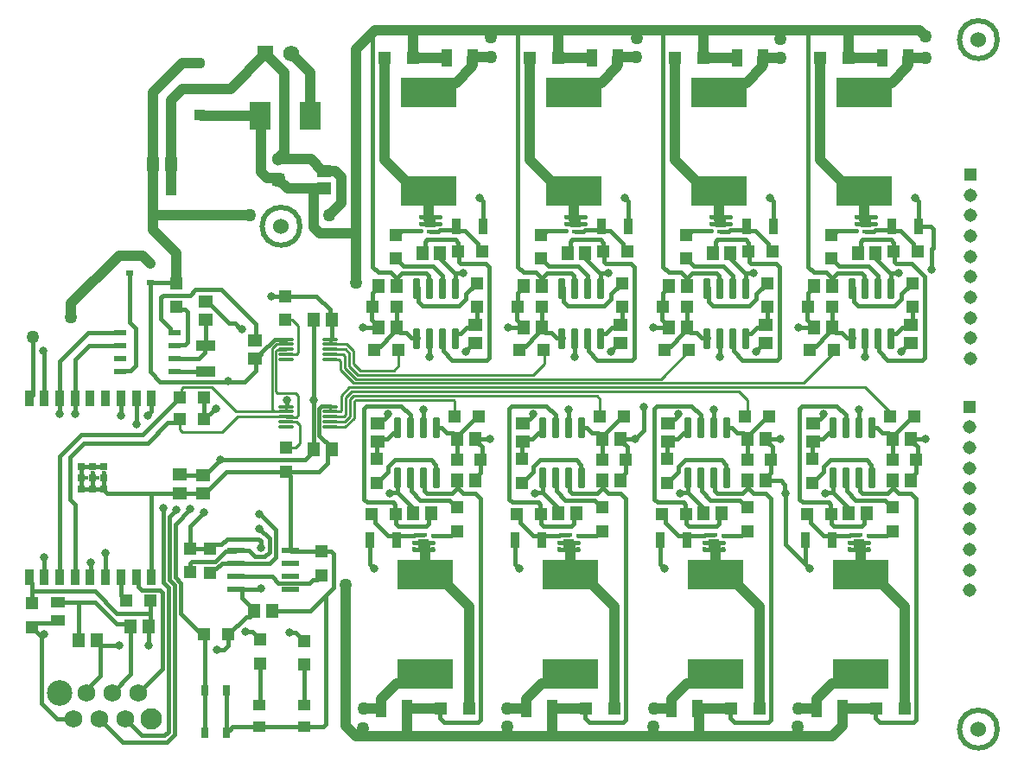
<source format=gbr>
G04*
G04 #@! TF.GenerationSoftware,Altium Limited,Altium Designer,24.0.1 (36)*
G04*
G04 Layer_Physical_Order=1*
G04 Layer_Color=255*
%FSLAX25Y25*%
%MOIN*%
G70*
G04*
G04 #@! TF.SameCoordinates,A2E01C4A-C41F-4235-85C4-DC12FCC8AE1E*
G04*
G04*
G04 #@! TF.FilePolarity,Positive*
G04*
G01*
G75*
%ADD15C,0.01000*%
G04:AMPARAMS|DCode=23|XSize=77.56mil|YSize=23.62mil|CornerRadius=2.95mil|HoleSize=0mil|Usage=FLASHONLY|Rotation=90.000|XOffset=0mil|YOffset=0mil|HoleType=Round|Shape=RoundedRectangle|*
%AMROUNDEDRECTD23*
21,1,0.07756,0.01772,0,0,90.0*
21,1,0.07165,0.02362,0,0,90.0*
1,1,0.00591,0.00886,0.03583*
1,1,0.00591,0.00886,-0.03583*
1,1,0.00591,-0.00886,-0.03583*
1,1,0.00591,-0.00886,0.03583*
%
%ADD23ROUNDEDRECTD23*%
%ADD24R,0.04528X0.04528*%
%ADD25R,0.03764X0.06338*%
%ADD26R,0.04528X0.04528*%
%ADD27R,0.21260X0.11417*%
%ADD28R,0.04567X0.05787*%
%ADD29R,0.04353X0.06528*%
%ADD30R,0.05787X0.04567*%
G04:AMPARAMS|DCode=31|XSize=57.87mil|YSize=11.02mil|CornerRadius=1.38mil|HoleSize=0mil|Usage=FLASHONLY|Rotation=0.000|XOffset=0mil|YOffset=0mil|HoleType=Round|Shape=RoundedRectangle|*
%AMROUNDEDRECTD31*
21,1,0.05787,0.00827,0,0,0.0*
21,1,0.05512,0.01102,0,0,0.0*
1,1,0.00276,0.02756,-0.00413*
1,1,0.00276,-0.02756,-0.00413*
1,1,0.00276,-0.02756,0.00413*
1,1,0.00276,0.02756,0.00413*
%
%ADD31ROUNDEDRECTD31*%
%ADD32R,0.03543X0.05906*%
%ADD33R,0.02756X0.02756*%
%ADD34R,0.04685X0.05787*%
%ADD35R,0.04252X0.05591*%
%ADD36R,0.08465X0.11024*%
%ADD37R,0.05591X0.04252*%
%ADD38R,0.06634X0.02134*%
%ADD39R,0.05787X0.04685*%
%ADD40R,0.07480X0.04331*%
%ADD41R,0.05118X0.04331*%
%ADD42R,0.02559X0.04134*%
%ADD43R,0.05118X0.02362*%
%ADD48R,0.02598X0.01378*%
%ADD49R,0.04331X0.04921*%
%ADD50R,0.01693X0.01378*%
%ADD51R,0.04724X0.04724*%
%ADD78C,0.02000*%
%ADD79R,0.02756X0.02362*%
%ADD80C,0.04000*%
%ADD81C,0.01600*%
%ADD82C,0.01500*%
%ADD83C,0.06000*%
%ADD84R,0.06201X0.06201*%
%ADD85C,0.06201*%
%ADD86C,0.01575*%
%ADD87R,0.04449X0.04449*%
%ADD88C,0.04449*%
%ADD89C,0.05118*%
G04:AMPARAMS|DCode=90|XSize=51.18mil|YSize=51.18mil|CornerRadius=12.8mil|HoleSize=0mil|Usage=FLASHONLY|Rotation=270.000|XOffset=0mil|YOffset=0mil|HoleType=Round|Shape=RoundedRectangle|*
%AMROUNDEDRECTD90*
21,1,0.05118,0.02559,0,0,270.0*
21,1,0.02559,0.05118,0,0,270.0*
1,1,0.02559,-0.01280,-0.01280*
1,1,0.02559,-0.01280,0.01280*
1,1,0.02559,0.01280,0.01280*
1,1,0.02559,0.01280,-0.01280*
%
%ADD90ROUNDEDRECTD90*%
%ADD91C,0.05150*%
%ADD92R,0.05150X0.05150*%
%ADD93C,0.08268*%
%ADD94C,0.06890*%
%ADD95C,0.09843*%
%ADD96C,0.05000*%
%ADD97C,0.03200*%
D15*
X384278Y481078D02*
X385973D01*
X384404D02*
X385973D01*
X387693D01*
X441312Y480607D02*
X442148D01*
X441143D02*
X442148D01*
X441003D02*
X442148D01*
X443036D01*
X497720Y480204D02*
Y480401D01*
Y480204D02*
X498114D01*
X339672Y212653D02*
X339856D01*
X339672D02*
X340040D01*
X334791Y214850D02*
X337475D01*
X502731Y213957D02*
X505935D01*
X447834Y214576D02*
X449316D01*
X391242Y214836D02*
X391498D01*
X391972D01*
X391856D02*
X392089D01*
X392816D01*
X518299Y360308D02*
X518357Y360250D01*
X462299Y360308D02*
X462357Y360250D01*
X406299Y360308D02*
X406357Y360250D01*
X301640Y361024D02*
X303084Y362469D01*
X303028Y359863D02*
X303614Y360449D01*
X310981Y358531D02*
X311683Y359233D01*
X303614Y360449D02*
X306984D01*
X307035Y360500D01*
X323965D02*
X323988Y360477D01*
X303084Y362469D02*
X307035D01*
X311683Y359233D02*
Y369553D01*
X323965Y356563D02*
X324016Y356512D01*
X307035Y358531D02*
X310981D01*
X327352Y356512D02*
X327938Y355926D01*
X324016Y356512D02*
X327352D01*
X328956Y358531D02*
X329645Y357842D01*
X323965Y358531D02*
X328956D01*
X329915Y360477D02*
X331329Y359063D01*
X323988Y360477D02*
X329915D01*
X330316Y362469D02*
X332960Y359824D01*
X323965Y362469D02*
X330316D01*
X309362Y371874D02*
X311683Y369553D01*
X306500Y371874D02*
X309362D01*
X311658Y335338D02*
Y342643D01*
X303614Y343565D02*
X310736D01*
X311658Y342643D01*
X303028Y344151D02*
Y359863D01*
Y344151D02*
X303614Y343565D01*
X350357Y354170D02*
Y360250D01*
X350299Y360308D02*
X350357Y360250D01*
X335461Y352431D02*
X348617D01*
X350357Y354170D01*
X332960Y354931D02*
X335461Y352431D01*
X332960Y354931D02*
Y359824D01*
X331329Y354007D02*
Y359063D01*
X334705Y350631D02*
X402346D01*
X331329Y354007D02*
X334705Y350631D01*
X402346D02*
X406696Y354981D01*
Y360396D01*
X329645Y353263D02*
Y357842D01*
Y353263D02*
X333840Y349068D01*
X451562D01*
X327938Y352587D02*
X333055Y347470D01*
X327938Y352587D02*
Y355926D01*
X333055Y347470D02*
X506646D01*
X451562Y349068D02*
X463005Y360511D01*
X506646Y347470D02*
X519641Y360466D01*
X332109Y344203D02*
X481560D01*
X329960Y342054D02*
X332109Y344203D01*
X481560D02*
X484766Y340997D01*
X530411Y345836D02*
X541624Y334623D01*
X328344Y342791D02*
X331389Y345836D01*
X530411D01*
X426806Y342670D02*
X428025Y341451D01*
X331667Y341446D02*
X332891Y342670D01*
X426806D01*
X328344Y337054D02*
Y342791D01*
X333192Y340478D02*
X333777Y341064D01*
X371475D01*
X333192Y334062D02*
Y340478D01*
X372061Y334647D02*
Y340478D01*
X371475Y341064D02*
X372061Y340478D01*
X329960Y335250D02*
Y342054D01*
X484766Y334634D02*
Y340997D01*
X331667Y341443D02*
Y341446D01*
X331516Y334523D02*
Y341292D01*
X331667Y341443D01*
X329524Y332531D02*
X331516Y334523D01*
X428025Y334683D02*
Y341451D01*
X329693Y330563D02*
X333192Y334062D01*
X323965Y330563D02*
X329693D01*
X327758Y336469D02*
X328344Y337054D01*
X323965Y336469D02*
X327758D01*
X323965Y332531D02*
X329524D01*
X323965Y334500D02*
X329210D01*
X329960Y335250D01*
X265915Y329691D02*
Y333391D01*
X265992Y333468D01*
X265915Y329691D02*
X266944Y328662D01*
X282300D01*
X288138Y334500D01*
X307035D01*
X267273Y345994D02*
X278183D01*
X266521Y345242D02*
X267273Y345994D01*
X266521Y342645D02*
Y345242D01*
X265940Y342064D02*
X266521Y342645D01*
X278183Y345994D02*
X287708Y336469D01*
X302549D01*
Y336498D02*
X307006D01*
X307035Y336469D01*
X301640Y337407D02*
X302549Y336498D01*
X301640Y337407D02*
Y361024D01*
X307081Y334455D02*
X310774D01*
X307035Y334500D02*
X307081Y334455D01*
X310774D02*
X311658Y335338D01*
X307121Y322621D02*
X310598D01*
X307000Y322500D02*
X307121Y322621D01*
X310598D02*
X312112Y324135D01*
Y331301D01*
X307035Y332531D02*
X310881D01*
X312112Y331301D01*
D23*
X357365Y364635D02*
D03*
X362365D02*
D03*
X367365D02*
D03*
X372365D02*
D03*
Y384084D02*
D03*
X367365D02*
D03*
X362365D02*
D03*
X357365D02*
D03*
X525365Y364635D02*
D03*
X530365D02*
D03*
X535365D02*
D03*
X540365D02*
D03*
Y384084D02*
D03*
X535365D02*
D03*
X530365D02*
D03*
X525365D02*
D03*
X364960Y330400D02*
D03*
X359960D02*
D03*
X354960D02*
D03*
X349960D02*
D03*
Y310952D02*
D03*
X354960D02*
D03*
X359960D02*
D03*
X364960D02*
D03*
X413365Y384084D02*
D03*
X418365D02*
D03*
X423365D02*
D03*
X428365D02*
D03*
Y364635D02*
D03*
X423365D02*
D03*
X418365D02*
D03*
X413365D02*
D03*
X469365Y384084D02*
D03*
X474365D02*
D03*
X479365D02*
D03*
X484365D02*
D03*
Y364635D02*
D03*
X479365D02*
D03*
X474365D02*
D03*
X469365D02*
D03*
X532960Y310952D02*
D03*
X527960D02*
D03*
X522960D02*
D03*
X517960D02*
D03*
Y330400D02*
D03*
X522960D02*
D03*
X527960D02*
D03*
X532960D02*
D03*
X476960Y310952D02*
D03*
X471960D02*
D03*
X466960D02*
D03*
X461960D02*
D03*
Y330400D02*
D03*
X466960D02*
D03*
X471960D02*
D03*
X476960D02*
D03*
X420960Y310952D02*
D03*
X415960D02*
D03*
X410960D02*
D03*
X405960D02*
D03*
Y330400D02*
D03*
X410960D02*
D03*
X415960D02*
D03*
X420960D02*
D03*
D24*
X350299Y360308D02*
D03*
X341047D02*
D03*
X373240Y398179D02*
D03*
X382492D02*
D03*
X340261Y376984D02*
D03*
X349513D02*
D03*
X509047Y360308D02*
D03*
X518299D02*
D03*
X550492Y398179D02*
D03*
X541240D02*
D03*
X517513Y376984D02*
D03*
X508261D02*
D03*
X381278Y334728D02*
D03*
X372026D02*
D03*
X339833Y296857D02*
D03*
X349085D02*
D03*
X372812Y318052D02*
D03*
X382064D02*
D03*
X254500Y263500D02*
D03*
X245248D02*
D03*
X406299Y360308D02*
D03*
X397047D02*
D03*
X396261Y376984D02*
D03*
X405513D02*
D03*
X429240Y398179D02*
D03*
X438492D02*
D03*
X462299Y360308D02*
D03*
X453047D02*
D03*
X452261Y376984D02*
D03*
X461513D02*
D03*
X485240Y398179D02*
D03*
X494492D02*
D03*
X540026Y334728D02*
D03*
X549278D02*
D03*
X550064Y318052D02*
D03*
X540812D02*
D03*
X517085Y296857D02*
D03*
X507833D02*
D03*
X484026Y334728D02*
D03*
X493278D02*
D03*
X494064Y318052D02*
D03*
X484812D02*
D03*
X461085Y296857D02*
D03*
X451833D02*
D03*
X428026Y334728D02*
D03*
X437278D02*
D03*
X438064Y318052D02*
D03*
X428812D02*
D03*
X405085Y296857D02*
D03*
X395833D02*
D03*
X265992Y333468D02*
D03*
X275244D02*
D03*
X265940Y342064D02*
D03*
X275192D02*
D03*
X284626Y250500D02*
D03*
X275374D02*
D03*
D25*
X382915Y407968D02*
D03*
X372670D02*
D03*
X540670D02*
D03*
X550915D02*
D03*
X405655Y287068D02*
D03*
X395410D02*
D03*
X349655D02*
D03*
X339410D02*
D03*
X428670Y407968D02*
D03*
X438915D02*
D03*
X494915D02*
D03*
X484670D02*
D03*
X507410Y287068D02*
D03*
X517655D02*
D03*
X451410D02*
D03*
X461655D02*
D03*
D26*
X349393Y395528D02*
D03*
Y404780D02*
D03*
X380431Y376839D02*
D03*
Y386091D02*
D03*
X517393Y404780D02*
D03*
Y395528D02*
D03*
X548431Y386091D02*
D03*
Y376839D02*
D03*
X372932Y290256D02*
D03*
Y299508D02*
D03*
X341894Y308945D02*
D03*
Y318197D02*
D03*
X306500Y381126D02*
D03*
Y371874D02*
D03*
X307000Y313248D02*
D03*
Y322500D02*
D03*
X436431Y376839D02*
D03*
Y386091D02*
D03*
X405393Y395528D02*
D03*
Y404780D02*
D03*
X492431Y376839D02*
D03*
Y386091D02*
D03*
X461393Y395528D02*
D03*
Y404780D02*
D03*
X509894Y318197D02*
D03*
Y308945D02*
D03*
X540932Y299508D02*
D03*
Y290256D02*
D03*
X453894Y318197D02*
D03*
Y308945D02*
D03*
X484932Y299508D02*
D03*
Y290256D02*
D03*
X397894Y318197D02*
D03*
Y308945D02*
D03*
X428932Y299508D02*
D03*
Y290256D02*
D03*
X320500Y273248D02*
D03*
Y282500D02*
D03*
X277500Y283626D02*
D03*
Y274374D02*
D03*
X269935Y274526D02*
D03*
Y283778D02*
D03*
X264500Y386126D02*
D03*
Y376874D02*
D03*
X297000Y248626D02*
D03*
Y239374D02*
D03*
X314000Y248126D02*
D03*
Y238874D02*
D03*
X209000Y253374D02*
D03*
Y262626D02*
D03*
D27*
X361849Y421511D02*
D03*
Y459699D02*
D03*
X529849Y421511D02*
D03*
Y459699D02*
D03*
X360476Y235336D02*
D03*
Y273526D02*
D03*
X417849Y421511D02*
D03*
Y459699D02*
D03*
X473849Y421511D02*
D03*
Y459699D02*
D03*
X528476Y273526D02*
D03*
Y235336D02*
D03*
X472476Y273526D02*
D03*
Y235336D02*
D03*
X416476Y273526D02*
D03*
Y235336D02*
D03*
D28*
X342566Y385076D02*
D03*
X349495D02*
D03*
X342535Y368974D02*
D03*
X349464D02*
D03*
X366343Y397736D02*
D03*
X359414D02*
D03*
X517495Y385076D02*
D03*
X510566D02*
D03*
X517464Y368974D02*
D03*
X510535D02*
D03*
X527414Y397736D02*
D03*
X534343D02*
D03*
X372830Y309960D02*
D03*
X379759D02*
D03*
X372861Y326062D02*
D03*
X379790D02*
D03*
X362911Y297300D02*
D03*
X355982D02*
D03*
X227060Y248292D02*
D03*
X233989D02*
D03*
X398566Y385076D02*
D03*
X405495D02*
D03*
X398535Y368974D02*
D03*
X405464D02*
D03*
X422343Y397736D02*
D03*
X415414D02*
D03*
X454566Y385076D02*
D03*
X461495D02*
D03*
X454535Y368974D02*
D03*
X461464D02*
D03*
X478343Y397736D02*
D03*
X471414D02*
D03*
X547759Y309960D02*
D03*
X540830D02*
D03*
X547790Y326062D02*
D03*
X540861D02*
D03*
X523982Y297300D02*
D03*
X530911D02*
D03*
X491759Y309960D02*
D03*
X484830D02*
D03*
X491790Y326062D02*
D03*
X484861D02*
D03*
X467982Y297300D02*
D03*
X474911D02*
D03*
X435759Y309960D02*
D03*
X428830D02*
D03*
X435790Y326062D02*
D03*
X428861D02*
D03*
X411982Y297300D02*
D03*
X418911D02*
D03*
X317571Y322000D02*
D03*
X324500D02*
D03*
X294571Y259500D02*
D03*
X301500D02*
D03*
X317535Y372000D02*
D03*
X324465D02*
D03*
X253929Y253500D02*
D03*
X247000D02*
D03*
D29*
X378873Y473105D02*
D03*
X368824D02*
D03*
X536824D02*
D03*
X546874D02*
D03*
X353501Y221931D02*
D03*
X343451D02*
D03*
X424824Y473105D02*
D03*
X434873D02*
D03*
X490873D02*
D03*
X480824D02*
D03*
X511451Y221931D02*
D03*
X521501D02*
D03*
X455451D02*
D03*
X465501D02*
D03*
X399451D02*
D03*
X409501D02*
D03*
D30*
X379995Y363080D02*
D03*
Y370010D02*
D03*
X547995D02*
D03*
Y363080D02*
D03*
X342330Y325026D02*
D03*
Y331956D02*
D03*
X295052Y356998D02*
D03*
Y363927D02*
D03*
X276000Y372035D02*
D03*
Y378965D02*
D03*
X275000Y311965D02*
D03*
Y305035D02*
D03*
X435995Y363080D02*
D03*
Y370010D02*
D03*
X491995Y363080D02*
D03*
Y370010D02*
D03*
X510330Y331956D02*
D03*
Y325026D02*
D03*
X454330Y331956D02*
D03*
Y325026D02*
D03*
X398330Y331956D02*
D03*
Y325026D02*
D03*
X321500Y422535D02*
D03*
Y429465D02*
D03*
D31*
X307035Y338437D02*
D03*
Y336469D02*
D03*
Y334500D02*
D03*
Y332531D02*
D03*
Y330563D02*
D03*
X323965D02*
D03*
Y332531D02*
D03*
Y334500D02*
D03*
Y336469D02*
D03*
Y338437D02*
D03*
Y364437D02*
D03*
Y362469D02*
D03*
Y360500D02*
D03*
Y358531D02*
D03*
Y356563D02*
D03*
X307035D02*
D03*
Y358531D02*
D03*
Y360500D02*
D03*
Y362469D02*
D03*
Y364437D02*
D03*
D32*
X207760Y272602D02*
D03*
X213665D02*
D03*
X219571D02*
D03*
X225476D02*
D03*
X231382D02*
D03*
X237287D02*
D03*
X243193D02*
D03*
X249098D02*
D03*
X255004D02*
D03*
Y341500D02*
D03*
X249098D02*
D03*
X243193D02*
D03*
X237287D02*
D03*
X231382D02*
D03*
X225476D02*
D03*
X219571D02*
D03*
X213665D02*
D03*
X207760D02*
D03*
D33*
X232169Y310831D02*
D03*
Y315161D02*
D03*
Y306500D02*
D03*
X227839D02*
D03*
Y310831D02*
D03*
Y315161D02*
D03*
X236500D02*
D03*
Y310831D02*
D03*
Y306500D02*
D03*
D34*
X262583Y432000D02*
D03*
X255417D02*
D03*
D35*
X262524Y422500D02*
D03*
X255476D02*
D03*
D36*
X296835Y450500D02*
D03*
X316165D02*
D03*
D37*
X219000Y263047D02*
D03*
Y256000D02*
D03*
D38*
X308575Y268000D02*
D03*
Y273000D02*
D03*
Y278000D02*
D03*
Y283000D02*
D03*
X287425D02*
D03*
Y278000D02*
D03*
Y273000D02*
D03*
Y268000D02*
D03*
D39*
X266000Y312165D02*
D03*
Y305000D02*
D03*
D40*
X276000Y352079D02*
D03*
Y361921D02*
D03*
D41*
X296500Y223134D02*
D03*
Y214866D02*
D03*
X314000Y223134D02*
D03*
Y214866D02*
D03*
D42*
X284021Y228854D02*
D03*
X275556D02*
D03*
X284021Y212516D02*
D03*
X275556D02*
D03*
D43*
X243067Y352000D02*
D03*
Y357000D02*
D03*
Y362000D02*
D03*
Y367000D02*
D03*
X263933D02*
D03*
Y362000D02*
D03*
Y357000D02*
D03*
Y352000D02*
D03*
D48*
X362444Y405933D02*
D03*
X530444D02*
D03*
X359880Y289103D02*
D03*
X418444Y405933D02*
D03*
X474444D02*
D03*
X527880Y289103D02*
D03*
X471880D02*
D03*
X415880D02*
D03*
D49*
X362444Y410107D02*
D03*
X530444D02*
D03*
X359880Y284929D02*
D03*
X418444Y410107D02*
D03*
X474444D02*
D03*
X527880Y284929D02*
D03*
X471880D02*
D03*
X415880D02*
D03*
D50*
X366126Y411544D02*
D03*
Y408985D02*
D03*
Y406426D02*
D03*
X358763D02*
D03*
Y408985D02*
D03*
Y411544D02*
D03*
X526763D02*
D03*
Y408985D02*
D03*
Y406426D02*
D03*
X534126D02*
D03*
Y408985D02*
D03*
Y411544D02*
D03*
X363562Y283492D02*
D03*
Y286051D02*
D03*
Y288610D02*
D03*
X356199D02*
D03*
Y286051D02*
D03*
Y283492D02*
D03*
X422126Y411544D02*
D03*
Y408985D02*
D03*
Y406426D02*
D03*
X414763D02*
D03*
Y408985D02*
D03*
Y411544D02*
D03*
X478126D02*
D03*
Y408985D02*
D03*
Y406426D02*
D03*
X470763D02*
D03*
Y408985D02*
D03*
Y411544D02*
D03*
X524199Y283492D02*
D03*
Y286051D02*
D03*
Y288610D02*
D03*
X531562D02*
D03*
Y286051D02*
D03*
Y283492D02*
D03*
X468199D02*
D03*
Y286051D02*
D03*
Y288610D02*
D03*
X475562D02*
D03*
Y286051D02*
D03*
Y283492D02*
D03*
X412199D02*
D03*
Y286051D02*
D03*
Y288610D02*
D03*
X419561D02*
D03*
Y286051D02*
D03*
Y283492D02*
D03*
D51*
X344837Y473105D02*
D03*
X355861D02*
D03*
X523861D02*
D03*
X512837D02*
D03*
X366464Y221931D02*
D03*
X377488D02*
D03*
X400837Y473105D02*
D03*
X411861D02*
D03*
X456837D02*
D03*
X467861D02*
D03*
X545488Y221931D02*
D03*
X534464D02*
D03*
X489488D02*
D03*
X478464D02*
D03*
X433488D02*
D03*
X422464D02*
D03*
D78*
X312300Y408000D02*
G03*
X312300Y408000I-7300J0D01*
G01*
X581300Y214000D02*
G03*
X581300Y214000I-7300J0D01*
G01*
Y480000D02*
G03*
X581300Y480000I-7300J0D01*
G01*
D79*
X254437Y393740D02*
D03*
Y386260D02*
D03*
X246563Y390000D02*
D03*
D80*
X333817Y211362D02*
X409499D01*
X329979Y215201D02*
X333817Y211362D01*
X329979Y215201D02*
Y269678D01*
X255476Y412392D02*
X292648D01*
X292790Y412249D01*
X319855Y405233D02*
X333750D01*
X317512Y422535D02*
X321500D01*
X317512Y407576D02*
Y422535D01*
X307528D02*
X317512D01*
Y407576D02*
X319855Y405233D01*
X356129Y483723D02*
X396372D01*
X411707D02*
X467889D01*
X508372D01*
X553592Y481152D02*
Y481353D01*
X523861Y483696D02*
X551249D01*
X553592Y481353D01*
X409524Y211337D02*
X465363D01*
X466212Y211211D02*
X517435D01*
X523861Y473105D02*
Y483696D01*
X508372D02*
X523861D01*
X378945Y473177D02*
X386001D01*
X378873Y473105D02*
X378945Y473177D01*
X434913Y473144D02*
X441914D01*
X434873Y473105D02*
X434913Y473144D01*
X490873Y473105D02*
X497678D01*
X497730Y473158D01*
X546874Y473105D02*
X553398D01*
X553456Y473047D01*
X336764Y221852D02*
X336843Y221931D01*
X343451D01*
X392295Y221922D02*
X392304Y221931D01*
X399451D01*
X448889D02*
X455451D01*
X448883Y221937D02*
X448889Y221931D01*
X504466Y221974D02*
X504880D01*
X504923Y221931D02*
X511451D01*
X504880Y221974D02*
X504923Y221931D01*
X467889Y473133D02*
Y483723D01*
X396372D02*
X411707D01*
X411861Y483570D01*
Y473105D02*
Y483570D01*
X341256Y483723D02*
X356129D01*
X355861Y483455D02*
X356129Y483723D01*
X355861Y473105D02*
Y483455D01*
X521501Y215277D02*
Y221931D01*
X333750Y476217D02*
X341256Y483723D01*
X511628Y222108D02*
Y225534D01*
X521501Y221931D02*
X534464D01*
X545488D02*
Y261435D01*
X533397Y273526D02*
X545488Y261435D01*
X528476Y273526D02*
X533397D01*
X517722Y231628D02*
X524767D01*
X528476Y235336D01*
X511628Y225534D02*
X517722Y231628D01*
X511451Y221931D02*
X511628Y222108D01*
X528476Y273526D02*
Y284334D01*
X455628Y222108D02*
Y225534D01*
X465501Y221931D02*
X478464D01*
X489488D02*
Y261435D01*
X477397Y273526D02*
X489488Y261435D01*
X472476Y273526D02*
X477397D01*
X461722Y231628D02*
X468767D01*
X472476Y235336D01*
X455628Y225534D02*
X461722Y231628D01*
X455451Y221931D02*
X455628Y222108D01*
X472476Y273526D02*
Y284334D01*
X399628Y222108D02*
Y225534D01*
X409501Y221931D02*
X422464D01*
X433488D02*
Y261435D01*
X421397Y273526D02*
X433488Y261435D01*
X416476Y273526D02*
X421397D01*
X405722Y231628D02*
X412767D01*
X416476Y235336D01*
X399628Y225534D02*
X405722Y231628D01*
X399451Y221931D02*
X399628Y222108D01*
X416476Y273526D02*
Y284334D01*
X523933Y473105D02*
X536824D01*
X512837Y433601D02*
X524928Y421511D01*
X529849D01*
X512837Y433601D02*
Y473105D01*
X546697Y472928D02*
X546874Y473105D01*
X540603Y463408D02*
X546697Y469502D01*
Y472928D01*
X533558Y463408D02*
X540603D01*
X529849Y459699D02*
X533558Y463408D01*
X529849Y410702D02*
Y421511D01*
X467933Y473105D02*
X480824D01*
X456837Y433601D02*
X468928Y421511D01*
X473849D01*
X456837Y433601D02*
Y473105D01*
X490697Y472928D02*
X490873Y473105D01*
X484603Y463408D02*
X490697Y469502D01*
Y472928D01*
X477558Y463408D02*
X484603D01*
X473849Y459699D02*
X477558Y463408D01*
X473849Y410702D02*
Y421511D01*
X411933Y473105D02*
X424824D01*
X400837Y433601D02*
X412928Y421511D01*
X417849D01*
X400837Y433601D02*
Y473105D01*
X434697Y472928D02*
X434873Y473105D01*
X428603Y463408D02*
X434697Y469502D01*
Y472928D01*
X421558Y463408D02*
X428603D01*
X417849Y459699D02*
X421558Y463408D01*
X417849Y410702D02*
Y421511D01*
X280484Y461000D02*
X280543Y460941D01*
X285441D01*
X299000Y474500D01*
X296835Y450500D02*
X297129Y450206D01*
Y428965D02*
Y450206D01*
Y428965D02*
X299472Y426622D01*
X303441D01*
X299000Y474500D02*
X306297Y467203D01*
X323560Y412234D02*
X328180Y416853D01*
X304000Y426063D02*
X307528Y422535D01*
X303441Y426622D02*
X304000Y426063D01*
X325836Y429181D02*
X328180Y426838D01*
X321783Y429181D02*
X325836D01*
X321500Y429465D02*
X321783Y429181D01*
X320890Y429465D02*
X321500D01*
X316498Y433856D02*
X320890Y429465D01*
X304081Y433856D02*
X316498D01*
X304000Y433937D02*
X304081Y433856D01*
X304000Y433937D02*
Y434240D01*
X306297Y436536D01*
Y467203D01*
X316165Y450500D02*
Y467177D01*
X308842Y474500D02*
X316165Y467177D01*
X328180Y416853D02*
Y426838D01*
X353437Y212580D02*
Y221867D01*
X409499Y211362D02*
Y221885D01*
Y211362D02*
X409524Y211337D01*
X466152Y213059D02*
Y221750D01*
X517435Y211211D02*
X521501Y215277D01*
X333750Y386323D02*
Y405233D01*
Y476217D01*
X355933Y473105D02*
X368824D01*
X255476Y412392D02*
Y422500D01*
Y406498D02*
Y412392D01*
X377488Y221931D02*
Y261435D01*
X360476Y273526D02*
Y284334D01*
X353501Y221931D02*
X366464D01*
X356767Y231628D02*
X360476Y235336D01*
Y273526D02*
X365397D01*
X377488Y261435D01*
X349722Y231628D02*
X356767D01*
X343451Y221931D02*
X343628Y222108D01*
Y225534D01*
X349722Y231628D01*
X378697Y472928D02*
X378873Y473105D01*
X378697Y469502D02*
Y472928D01*
X365558Y463408D02*
X372603D01*
X361849Y459699D02*
X365558Y463408D01*
X372603D02*
X378697Y469502D01*
X344837Y433601D02*
Y473105D01*
Y433601D02*
X356928Y421511D01*
X361849D01*
Y410702D02*
Y421511D01*
X255476Y406498D02*
X264500Y397475D01*
Y386126D02*
Y397475D01*
X223993Y373035D02*
Y378164D01*
X242549Y396720D01*
X251457D01*
X254437Y393740D01*
X266837Y470914D02*
X273607D01*
X255417Y459494D02*
X266837Y470914D01*
X273607D02*
X273693Y471000D01*
X255417Y432000D02*
Y459494D01*
Y432000D02*
X255447Y431971D01*
Y422530D02*
X255476Y422500D01*
X255447Y422530D02*
Y431971D01*
X262524Y422500D02*
X262553Y422530D01*
Y431971D02*
X262583Y432000D01*
X262553Y422530D02*
Y431971D01*
X262624Y432041D02*
Y456739D01*
X262583Y432000D02*
X262624Y432041D01*
Y456739D02*
X266799Y460914D01*
X273607D02*
X273693Y461000D01*
X266799Y460914D02*
X273607D01*
X273693Y461000D02*
X280484D01*
X274193Y450500D02*
X296835D01*
X273693Y451000D02*
X274193Y450500D01*
D81*
X209152Y342892D02*
Y365459D01*
X207760Y341500D02*
X209152Y342892D01*
X264081Y272540D02*
Y293045D01*
X269888Y298852D01*
X276610Y378965D02*
X285071Y370504D01*
X289316Y368393D02*
X289749D01*
X285071Y370504D02*
X287205D01*
X289316Y368393D01*
X323745Y338657D02*
X323965Y338437D01*
X320680Y338657D02*
X323745D01*
X319742Y337720D02*
X320680Y338657D01*
X319742Y327368D02*
Y337720D01*
X324500Y322000D02*
Y322610D01*
X319742Y327368D02*
X324500Y322610D01*
X491759Y309960D02*
X497745D01*
X499333Y308372D01*
Y305407D02*
X499640Y305101D01*
X499333Y305407D02*
Y308372D01*
X555892Y399164D02*
X556439Y399712D01*
Y407031D01*
X555892Y391412D02*
Y399164D01*
X555502Y407968D02*
X556439Y407031D01*
X550915Y407968D02*
X555502D01*
X542168Y393569D02*
X548341D01*
X553296Y388614D01*
Y357247D02*
Y388614D01*
X444911Y329217D02*
Y338206D01*
X441611Y325917D02*
X444911Y329217D01*
X507410Y277560D02*
X508854Y276116D01*
X499640Y285331D02*
X507410Y277560D01*
X499640Y285331D02*
Y305101D01*
X213518Y341647D02*
Y359861D01*
Y341647D02*
X213665Y341500D01*
X213371Y360008D02*
X213518Y359861D01*
X396372Y392236D02*
Y483723D01*
X510940Y331956D02*
X514105Y335121D01*
Y335478D01*
X510330Y331956D02*
X510940D01*
X509894Y325107D02*
X510870Y326083D01*
X547790Y326062D02*
X547935Y325917D01*
X553611D01*
X549477Y323968D02*
X550414Y323031D01*
X547790Y325451D02*
X549273Y323968D01*
X547790Y325451D02*
Y326062D01*
X542344Y327545D02*
Y328389D01*
X540830Y306914D02*
Y309960D01*
X547905Y304848D02*
X549953Y302800D01*
Y217718D02*
Y302800D01*
X543125Y304848D02*
X547905D01*
X549016Y216780D02*
X549953Y217718D01*
X536032Y216780D02*
X549016D01*
X541443Y306530D02*
X543125Y304848D01*
X534392Y221859D02*
X534464Y221931D01*
X534392Y218421D02*
X536032Y216780D01*
X534392Y218421D02*
Y221859D01*
X527976Y285735D02*
X528310Y286069D01*
X527880Y284929D02*
X528476Y284334D01*
X529349Y283461D01*
X526758Y286051D02*
X527880Y284929D01*
X524199Y283461D02*
X526515D01*
X524199Y286051D02*
X526758D01*
X524691Y289103D02*
X527880D01*
X528310Y286069D02*
X531562D01*
X529349Y283461D02*
X531562D01*
X550414Y318402D02*
Y323031D01*
X550064Y318052D02*
X550414Y318402D01*
X550064Y312876D02*
Y318052D01*
X549273Y323968D02*
X549477D01*
X547759Y310570D02*
X550064Y312876D01*
X547759Y309960D02*
Y310570D01*
X540899Y318096D02*
Y325569D01*
Y318096D02*
X540937Y318058D01*
X540735Y317857D02*
X540937Y318058D01*
X509894Y318197D02*
Y325107D01*
X540343Y290256D02*
X540932D01*
X540390Y289246D02*
X540647Y288989D01*
X531562Y288610D02*
X538698D01*
X540343Y290256D01*
X529865Y295363D02*
X531344Y296842D01*
X529865Y293163D02*
Y295363D01*
X528927Y292226D02*
X529865Y293163D01*
X517084Y293341D02*
X518199Y292226D01*
X528927D01*
X516888Y297055D02*
X517085Y296857D01*
X517084Y293341D02*
Y296855D01*
X507410Y277560D02*
Y287068D01*
X518737Y288546D02*
X524135D01*
X517655Y287464D02*
X518737Y288546D01*
X517655Y287068D02*
Y287464D01*
Y287528D01*
X509297Y293572D02*
X514258Y288610D01*
X507833Y296857D02*
X509297Y295393D01*
Y293572D02*
Y295393D01*
X516573Y288610D02*
X517655Y287528D01*
X514258Y288610D02*
X516573D01*
X549387Y333264D02*
X550024Y333900D01*
X542344Y328389D02*
X547219Y333264D01*
X549387D01*
X540861Y326062D02*
X542344Y327545D01*
X530746Y317830D02*
X532512Y316063D01*
Y310728D02*
Y316063D01*
X516820Y317830D02*
X530746D01*
X532512Y310728D02*
X532894Y310347D01*
X514126Y315136D02*
X516820Y317830D01*
X514126Y313178D02*
Y315136D01*
X509894Y308945D02*
X514126Y313178D01*
X528341Y305922D02*
Y310571D01*
X538900Y304985D02*
X540830Y306914D01*
X528341Y305922D02*
X529278Y304985D01*
X527960Y310952D02*
X528341Y310571D01*
X529278Y304985D02*
X538900D01*
X526671Y302442D02*
X537997D01*
X523101Y306012D02*
Y310811D01*
X537997Y302442D02*
X540932Y299508D01*
X522960Y310952D02*
X523101Y310811D01*
Y306012D02*
X526671Y302442D01*
X517960Y305342D02*
Y310952D01*
X515277Y305224D02*
X517842D01*
X517960Y305342D01*
X524291Y299011D01*
X514971Y304918D02*
X515277Y305224D01*
X517894Y328731D02*
Y329796D01*
X517512Y328350D02*
X517894Y328731D01*
X516108Y328350D02*
X517512D01*
X513841Y326083D02*
X516108Y328350D01*
X510870Y326083D02*
X513841D01*
X519353Y338726D02*
X522893Y335186D01*
Y329796D02*
Y335186D01*
X505966Y338726D02*
X519353D01*
X505029Y302719D02*
X506280Y301467D01*
X516157D01*
X505029Y337789D02*
X505966Y338726D01*
X505029Y302719D02*
Y337789D01*
X517084Y296855D02*
X517085Y296857D01*
X516157Y301467D02*
X516888Y300737D01*
Y297055D02*
Y300737D01*
X527952Y337241D02*
X527960Y337233D01*
Y330400D02*
Y337233D01*
X534935Y330177D02*
X536957Y328155D01*
X539377D01*
X532512Y330177D02*
X534935D01*
X539377Y328155D02*
X540861Y326672D01*
X454940Y331956D02*
X458105Y335121D01*
Y335478D01*
X454330Y331956D02*
X454940D01*
X453894Y325107D02*
X454870Y326083D01*
X491790Y326062D02*
X491935Y325917D01*
X497611D01*
X493477Y323968D02*
X494414Y323031D01*
X491790Y325451D02*
X493273Y323968D01*
X491790Y325451D02*
Y326062D01*
X486344Y327545D02*
Y328389D01*
X484830Y306914D02*
Y309960D01*
X493953Y217718D02*
Y302800D01*
X491905Y304848D02*
X493953Y302800D01*
X493016Y216780D02*
X493953Y217718D01*
X480032Y216780D02*
X493016D01*
X485443Y306530D02*
X487125Y304848D01*
X491905D01*
X478392Y221859D02*
X478464Y221931D01*
X478392Y218421D02*
X480032Y216780D01*
X478392Y218421D02*
Y221859D01*
X471976Y285735D02*
X472310Y286069D01*
X471880Y284929D02*
X472476Y284334D01*
X473349Y283461D01*
X470758Y286051D02*
X471880Y284929D01*
X468199Y283461D02*
X470515D01*
X468199Y286051D02*
X470758D01*
X468691Y289103D02*
X471880D01*
X472310Y286069D02*
X475562D01*
X473349Y283461D02*
X475562D01*
X494414Y318402D02*
Y323031D01*
X494064Y318052D02*
X494414Y318402D01*
X494064Y312876D02*
Y318052D01*
X493273Y323968D02*
X493477D01*
X491759Y310570D02*
X494064Y312876D01*
X491759Y309960D02*
Y310570D01*
X484899Y318096D02*
Y325569D01*
Y318096D02*
X484937Y318058D01*
X484735Y317857D02*
X484937Y318058D01*
X453894Y318197D02*
Y325107D01*
X484343Y290256D02*
X484932D01*
X484390Y289246D02*
X484647Y288989D01*
X475562Y288610D02*
X482698D01*
X484343Y290256D01*
X473865Y295363D02*
X475344Y296842D01*
X473865Y293163D02*
Y295363D01*
X472927Y292226D02*
X473865Y293163D01*
X462199Y292226D02*
X472927D01*
X461084Y293341D02*
Y296855D01*
Y293341D02*
X462199Y292226D01*
X460888Y297055D02*
X461085Y296857D01*
X461084Y296855D02*
X461085Y296857D01*
X451410Y277560D02*
Y287068D01*
Y277560D02*
X452854Y276116D01*
X462737Y288546D02*
X468135D01*
X461655Y287464D02*
X462737Y288546D01*
X461655Y287068D02*
Y287464D01*
Y287528D01*
X453297Y293572D02*
X458258Y288610D01*
X451833Y296857D02*
X453297Y295393D01*
Y293572D02*
Y295393D01*
X460573Y288610D02*
X461655Y287528D01*
X458258Y288610D02*
X460573D01*
X493387Y333264D02*
X494024Y333900D01*
X486344Y328389D02*
X491219Y333264D01*
X493387D01*
X484861Y326062D02*
X486344Y327545D01*
X474746Y317830D02*
X476512Y316063D01*
Y310728D02*
Y316063D01*
X460820Y317830D02*
X474746D01*
X476512Y310728D02*
X476894Y310347D01*
X458126Y315136D02*
X460820Y317830D01*
X458126Y313178D02*
Y315136D01*
X453894Y308945D02*
X458126Y313178D01*
X472341Y305922D02*
Y310571D01*
X482900Y304985D02*
X484830Y306914D01*
X472341Y305922D02*
X473278Y304985D01*
X471960Y310952D02*
X472341Y310571D01*
X473278Y304985D02*
X482900D01*
X470671Y302442D02*
X481997D01*
X467101Y306012D02*
Y310811D01*
X481997Y302442D02*
X484932Y299508D01*
X466960Y310952D02*
X467101Y310811D01*
Y306012D02*
X470671Y302442D01*
X461960Y305342D02*
Y310952D01*
X459277Y305224D02*
X461842D01*
X461960Y305342D01*
X468291Y299011D01*
X458971Y304918D02*
X459277Y305224D01*
X461894Y328731D02*
Y329796D01*
X461512Y328350D02*
X461894Y328731D01*
X460108Y328350D02*
X461512D01*
X457841Y326083D02*
X460108Y328350D01*
X454870Y326083D02*
X457841D01*
X466893Y329796D02*
Y335186D01*
X463353Y338726D02*
X466893Y335186D01*
X449966Y338726D02*
X463353D01*
X449029Y302719D02*
X450280Y301467D01*
X460157D01*
X449029Y337789D02*
X449966Y338726D01*
X449029Y302719D02*
Y337789D01*
X460157Y301467D02*
X460888Y300737D01*
Y297055D02*
Y300737D01*
X471952Y337241D02*
X471960Y337233D01*
Y330400D02*
Y337233D01*
X478935Y330177D02*
X480957Y328155D01*
X483377D01*
X476512Y330177D02*
X478935D01*
X483377Y328155D02*
X484861Y326672D01*
X398940Y331956D02*
X402105Y335121D01*
Y335478D01*
X398330Y331956D02*
X398940D01*
X397894Y325107D02*
X398870Y326083D01*
X435790Y326062D02*
X435935Y325917D01*
X441611D01*
X437477Y323968D02*
X438414Y323031D01*
X435790Y325451D02*
X437273Y323968D01*
X435790Y325451D02*
Y326062D01*
X430344Y327545D02*
Y328389D01*
X428830Y306914D02*
Y309960D01*
X437953Y217718D02*
Y302800D01*
X435906Y304848D02*
X437953Y302800D01*
X437016Y216780D02*
X437953Y217718D01*
X424032Y216780D02*
X437016D01*
X429443Y306530D02*
X431125Y304848D01*
X435906D01*
X422392Y221859D02*
X422464Y221931D01*
X422392Y218421D02*
X424032Y216780D01*
X422392Y218421D02*
Y221859D01*
X415976Y285735D02*
X416310Y286069D01*
X415880Y284929D02*
X416476Y284334D01*
X417348Y283461D01*
X414758Y286051D02*
X415880Y284929D01*
X412199Y283461D02*
X414515D01*
X412199Y286051D02*
X414758D01*
X412691Y289103D02*
X415880D01*
X416310Y286069D02*
X419561D01*
X417348Y283461D02*
X419561D01*
X438414Y318402D02*
Y323031D01*
X438064Y318052D02*
X438414Y318402D01*
X438064Y312876D02*
Y318052D01*
X437273Y323968D02*
X437477D01*
X435759Y310570D02*
X438064Y312876D01*
X435759Y309960D02*
Y310570D01*
X428899Y318096D02*
Y325569D01*
Y318096D02*
X428937Y318058D01*
X428735Y317857D02*
X428937Y318058D01*
X397894Y318197D02*
Y325107D01*
X428343Y290256D02*
X428932D01*
X428390Y289246D02*
X428647Y288989D01*
X419561Y288610D02*
X426698D01*
X428343Y290256D01*
X417865Y295363D02*
X419344Y296842D01*
X417865Y293163D02*
Y295363D01*
X416927Y292226D02*
X417865Y293163D01*
X405084Y293341D02*
X406199Y292226D01*
X416927D01*
X404888Y297055D02*
X405085Y296857D01*
X405084Y293341D02*
Y296855D01*
X395410Y277560D02*
Y287068D01*
Y277560D02*
X396854Y276116D01*
X406737Y288546D02*
X412135D01*
X405655Y287464D02*
X406737Y288546D01*
X405655Y287068D02*
Y287464D01*
Y287528D01*
X397297Y293572D02*
X402258Y288610D01*
X395833Y296857D02*
X397297Y295393D01*
Y293572D02*
Y295393D01*
X404573Y288610D02*
X405655Y287528D01*
X402258Y288610D02*
X404573D01*
X437387Y333264D02*
X438024Y333900D01*
X430344Y328389D02*
X435219Y333264D01*
X437387D01*
X428861Y326062D02*
X430344Y327545D01*
X418746Y317830D02*
X420512Y316063D01*
Y310728D02*
Y316063D01*
X404820Y317830D02*
X418746D01*
X420512Y310728D02*
X420893Y310347D01*
X402126Y315136D02*
X404820Y317830D01*
X402126Y313178D02*
Y315136D01*
X397894Y308945D02*
X402126Y313178D01*
X416341Y305922D02*
Y310571D01*
X426900Y304985D02*
X428830Y306914D01*
X416341Y305922D02*
X417278Y304985D01*
X415960Y310952D02*
X416341Y310571D01*
X417278Y304985D02*
X426900D01*
X414671Y302442D02*
X425997D01*
X411101Y306012D02*
Y310811D01*
X425997Y302442D02*
X428932Y299508D01*
X410960Y310952D02*
X411101Y310811D01*
Y306012D02*
X414671Y302442D01*
X405960Y305342D02*
Y310952D01*
X403277Y305224D02*
X405842D01*
X405960Y305342D01*
X412291Y299011D01*
X402971Y304918D02*
X403277Y305224D01*
X405894Y328731D02*
Y329796D01*
X405512Y328350D02*
X405894Y328731D01*
X404108Y328350D02*
X405512D01*
X401841Y326083D02*
X404108Y328350D01*
X398870Y326083D02*
X401841D01*
X407353Y338726D02*
X410893Y335186D01*
Y329796D02*
Y335186D01*
X393966Y338726D02*
X407353D01*
X393029Y302719D02*
X394280Y301467D01*
X404157D01*
X393029Y337789D02*
X393966Y338726D01*
X393029Y302719D02*
Y337789D01*
X405084Y296855D02*
X405085Y296857D01*
X404157Y301467D02*
X404888Y300737D01*
Y297055D02*
Y300737D01*
X415952Y337241D02*
X415960Y337233D01*
Y330400D02*
Y337233D01*
X422935Y330177D02*
X424957Y328155D01*
X427377D01*
X420512Y330177D02*
X422935D01*
X427377Y328155D02*
X428861Y326672D01*
X544219Y359915D02*
X547385Y363080D01*
X547995D01*
X544219Y359558D02*
Y359915D01*
X547455Y368953D02*
X548431Y369929D01*
X509052Y371068D02*
X510535Y369584D01*
Y368974D02*
Y369584D01*
X507910Y372005D02*
X508848Y371068D01*
X510390Y369119D02*
X510535Y368974D01*
X504714Y369119D02*
X510390D01*
X515199Y390188D02*
X516882Y388506D01*
X510419Y390188D02*
X515199D01*
X508372Y392236D02*
Y483460D01*
Y392236D02*
X510419Y390188D01*
X528976Y411575D02*
X529849Y410702D01*
X530444Y410107D02*
X531567Y408985D01*
X531810Y411575D02*
X534126D01*
X531567Y408985D02*
X534126D01*
X530444Y405933D02*
X533634D01*
X530015Y408966D02*
X530349Y409301D01*
X526763Y408966D02*
X530015D01*
X529849Y410702D02*
X530444Y410107D01*
X526763Y411575D02*
X528976D01*
X510566Y384466D02*
Y385076D01*
X508261Y376984D02*
Y382160D01*
X510566Y384466D01*
X508848Y371068D02*
X509052D01*
X507910Y372005D02*
Y376634D01*
X508261Y376984D01*
X517388Y376978D02*
X517589Y377179D01*
X517388Y376978D02*
X517426Y376940D01*
Y369467D02*
Y376940D01*
X548431Y369929D02*
Y376839D01*
X519627Y406426D02*
X526763D01*
X517981Y404780D02*
X519627Y406426D01*
X517393Y404780D02*
X517981D01*
X517677Y406047D02*
X517935Y405790D01*
X541240Y398179D02*
X541437Y397981D01*
X541240Y398179D02*
X541241Y398181D01*
X540126Y402810D02*
X541241Y401695D01*
Y398181D02*
Y401695D01*
X529397Y402810D02*
X540126D01*
X528460Y401873D02*
X529397Y402810D01*
X528460Y399673D02*
Y401873D01*
X526981Y398194D02*
X528460Y399673D01*
X550915Y407968D02*
Y417476D01*
X549471Y418920D02*
X550915Y417476D01*
X541752Y406426D02*
X544067D01*
X549028Y401464D01*
X540670Y407572D02*
Y407968D01*
Y407508D02*
X541752Y406426D01*
X549028Y399643D02*
X550492Y398179D01*
X549028Y399643D02*
Y401464D01*
X540670Y407508D02*
Y407572D01*
X539588Y406490D02*
X540670Y407572D01*
X534190Y406490D02*
X539588D01*
X515981Y367491D02*
X517464Y368974D01*
X515981Y366647D02*
Y367491D01*
X511106Y361772D02*
X515981Y366647D01*
X508938Y361772D02*
X511106D01*
X508301Y361136D02*
X508938Y361772D01*
X517464Y368364D02*
X518948Y366880D01*
X523389Y364859D02*
X525812D01*
X518948Y366880D02*
X521368D01*
X523389Y364859D01*
X530365Y357803D02*
X530373Y357795D01*
X530365Y357803D02*
Y364635D01*
X541437Y394299D02*
Y397981D01*
X552359Y356310D02*
X553296Y357247D01*
X541437Y394299D02*
X542168Y393569D01*
X535431Y359850D02*
X538972Y356310D01*
X552359D01*
X535431Y359850D02*
Y365240D01*
X544484Y368953D02*
X547455D01*
X542216Y366686D02*
X544484Y368953D01*
X540812Y366686D02*
X542216D01*
X540431Y366304D02*
X540812Y366686D01*
X540431Y365240D02*
Y366304D01*
X543048Y389811D02*
X543354Y390118D01*
X534034Y396025D02*
X540365Y389694D01*
X540483Y389811D02*
X543048D01*
X540365Y389694D02*
X540483Y389811D01*
X540365Y384084D02*
Y389694D01*
X535224Y384225D02*
Y389023D01*
X531654Y392594D02*
X535224Y389023D01*
Y384225D02*
X535365Y384084D01*
X517393Y395528D02*
X520328Y392594D01*
X531654D01*
X529047Y390051D02*
X529984Y389114D01*
X519425Y390051D02*
X529047D01*
X529984Y384465D02*
Y389114D01*
Y384465D02*
X530365Y384084D01*
X517495Y388122D02*
X519425Y390051D01*
X544199Y381858D02*
X548431Y386091D01*
X544199Y379900D02*
Y381858D01*
X541505Y377206D02*
X544199Y379900D01*
X527579Y377206D02*
X541505D01*
X525431Y384689D02*
X525812Y384308D01*
Y378973D02*
X527579Y377206D01*
X525812Y378973D02*
Y384308D01*
X488219Y359915D02*
X491385Y363080D01*
X491995D01*
X488219Y359558D02*
Y359915D01*
X491455Y368953D02*
X492431Y369929D01*
X453052Y371068D02*
X454535Y369584D01*
Y368974D02*
Y369584D01*
X451910Y372005D02*
X452848Y371068D01*
X454390Y369119D02*
X454535Y368974D01*
X448714Y369119D02*
X454390D01*
X459199Y390188D02*
X460882Y388506D01*
X452372Y392236D02*
Y483057D01*
Y392236D02*
X454419Y390188D01*
X459199D01*
X472976Y411575D02*
X473849Y410702D01*
X474444Y410107D02*
X475567Y408985D01*
X475810Y411575D02*
X478126D01*
X475567Y408985D02*
X478126D01*
X474444Y405933D02*
X477633D01*
X474015Y408966D02*
X474349Y409301D01*
X470763Y408966D02*
X474015D01*
X473849Y410702D02*
X474444Y410107D01*
X470763Y411575D02*
X472976D01*
X454566Y384466D02*
Y385076D01*
X452261Y376984D02*
Y382160D01*
X454566Y384466D01*
X452848Y371068D02*
X453052D01*
X451910Y372005D02*
Y376634D01*
X452261Y376984D01*
X461388Y376978D02*
X461589Y377179D01*
X461388Y376978D02*
X461426Y376940D01*
Y369467D02*
Y376940D01*
X492431Y369929D02*
Y376839D01*
X463627Y406426D02*
X470763D01*
X461981Y404780D02*
X463627Y406426D01*
X461393Y404780D02*
X461981D01*
X461678Y406047D02*
X461935Y405790D01*
X485240Y398179D02*
X485437Y397981D01*
X485240Y398179D02*
X485241Y398181D01*
X484126Y402810D02*
X485241Y401695D01*
Y398181D02*
Y401695D01*
X473397Y402810D02*
X484126D01*
X472460Y401873D02*
X473397Y402810D01*
X472460Y399673D02*
Y401873D01*
X470981Y398194D02*
X472460Y399673D01*
X494915Y407968D02*
Y417476D01*
X493471Y418920D02*
X494915Y417476D01*
X485752Y406426D02*
X488067D01*
X493028Y401464D01*
X484670Y407572D02*
Y407968D01*
Y407508D02*
X485752Y406426D01*
X493028Y399643D02*
X494492Y398179D01*
X493028Y399643D02*
Y401464D01*
X484670Y407508D02*
Y407572D01*
X483588Y406490D02*
X484670Y407572D01*
X478190Y406490D02*
X483588D01*
X459981Y367491D02*
X461464Y368974D01*
X459981Y366647D02*
Y367491D01*
X455106Y361772D02*
X459981Y366647D01*
X452938Y361772D02*
X455106D01*
X452301Y361136D02*
X452938Y361772D01*
X461464Y368364D02*
X462948Y366880D01*
X467389Y364859D02*
X469812D01*
X462948Y366880D02*
X465368D01*
X467389Y364859D01*
X474365Y357803D02*
X474373Y357795D01*
X474365Y357803D02*
Y364635D01*
X485437Y394299D02*
Y397981D01*
X497296Y357247D02*
Y392317D01*
X496045Y393569D02*
X497296Y392317D01*
X496359Y356310D02*
X497296Y357247D01*
X485437Y394299D02*
X486168Y393569D01*
X496045D01*
X479431Y359850D02*
X482972Y356310D01*
X496359D01*
X479431Y359850D02*
Y365240D01*
X488483Y368953D02*
X491455D01*
X486216Y366686D02*
X488483Y368953D01*
X484812Y366686D02*
X486216D01*
X484431Y366304D02*
X484812Y366686D01*
X484431Y365240D02*
Y366304D01*
X487048Y389811D02*
X487354Y390118D01*
X478034Y396025D02*
X484365Y389694D01*
X484483Y389811D02*
X487048D01*
X484365Y389694D02*
X484483Y389811D01*
X484365Y384084D02*
Y389694D01*
X479224Y384225D02*
Y389023D01*
X475654Y392594D02*
X479224Y389023D01*
Y384225D02*
X479365Y384084D01*
X461393Y395528D02*
X464328Y392594D01*
X475654D01*
X463425Y390051D02*
X473047D01*
X473984Y389114D01*
X461495Y388122D02*
X463425Y390051D01*
X473984Y384465D02*
Y389114D01*
Y384465D02*
X474365Y384084D01*
X488199Y381858D02*
X492431Y386091D01*
X488199Y379900D02*
Y381858D01*
X485505Y377206D02*
X488199Y379900D01*
X471579Y377206D02*
X485505D01*
X469431Y384689D02*
X469812Y384308D01*
Y378973D02*
X471579Y377206D01*
X469812Y378973D02*
Y384308D01*
X432220Y359915D02*
X435385Y363080D01*
X435995D01*
X432220Y359558D02*
Y359915D01*
X435455Y368953D02*
X436431Y369929D01*
X397052Y371068D02*
X398535Y369584D01*
Y368974D02*
Y369584D01*
X395911Y372005D02*
X396848Y371068D01*
X398390Y369119D02*
X398535Y368974D01*
X392714Y369119D02*
X398390D01*
X403199Y390188D02*
X404882Y388506D01*
X396372Y392236D02*
X398419Y390188D01*
X403199D01*
X416976Y411575D02*
X417849Y410702D01*
X418444Y410107D02*
X419567Y408985D01*
X419810Y411575D02*
X422126D01*
X419567Y408985D02*
X422126D01*
X418444Y405933D02*
X421633D01*
X418015Y408966D02*
X418349Y409301D01*
X414763Y408966D02*
X418015D01*
X417849Y410702D02*
X418444Y410107D01*
X414763Y411575D02*
X416976D01*
X398566Y384466D02*
Y385076D01*
X396261Y376984D02*
Y382160D01*
X398566Y384466D01*
X396848Y371068D02*
X397052D01*
X395911Y372005D02*
Y376634D01*
X396261Y376984D01*
X405388Y376978D02*
X405589Y377179D01*
X405388Y376978D02*
X405426Y376940D01*
Y369467D02*
Y376940D01*
X436431Y369929D02*
Y376839D01*
X407627Y406426D02*
X414763D01*
X405981Y404780D02*
X407627Y406426D01*
X405393Y404780D02*
X405981D01*
X405678Y406047D02*
X405935Y405790D01*
X429240Y398179D02*
X429437Y397981D01*
X429240Y398179D02*
X429241Y398181D01*
X428126Y402810D02*
X429241Y401695D01*
Y398181D02*
Y401695D01*
X417397Y402810D02*
X428126D01*
X416460Y401873D02*
X417397Y402810D01*
X416460Y399673D02*
Y401873D01*
X414981Y398194D02*
X416460Y399673D01*
X438915Y407968D02*
Y417476D01*
X437471Y418920D02*
X438915Y417476D01*
X429752Y406426D02*
X432067D01*
X437028Y401464D01*
X428670Y407572D02*
Y407968D01*
Y407508D02*
Y407572D01*
X437028Y399643D02*
X438492Y398179D01*
X437028Y399643D02*
Y401464D01*
X427588Y406490D02*
X428670Y407572D01*
Y407508D02*
X429752Y406426D01*
X422190Y406490D02*
X427588D01*
X403981Y367491D02*
X405464Y368974D01*
X403981Y366647D02*
Y367491D01*
X399106Y361772D02*
X403981Y366647D01*
X396938Y361772D02*
X399106D01*
X396301Y361136D02*
X396938Y361772D01*
X405464Y368364D02*
X406948Y366880D01*
X411389Y364859D02*
X413812D01*
X406948Y366880D02*
X409368D01*
X411389Y364859D01*
X418365Y357803D02*
X418373Y357795D01*
X418365Y357803D02*
Y364635D01*
X429437Y394299D02*
Y397981D01*
X441296Y357247D02*
Y392317D01*
X440045Y393569D02*
X441296Y392317D01*
X440359Y356310D02*
X441296Y357247D01*
X429437Y394299D02*
X430168Y393569D01*
X440045D01*
X423431Y359850D02*
X426972Y356310D01*
X440359D01*
X423431Y359850D02*
Y365240D01*
X432483Y368953D02*
X435455D01*
X430217Y366686D02*
X432483Y368953D01*
X428813Y366686D02*
X430217D01*
X428431Y366304D02*
X428813Y366686D01*
X428431Y365240D02*
Y366304D01*
X431048Y389811D02*
X431354Y390118D01*
X422034Y396025D02*
X428365Y389694D01*
X428483Y389811D02*
X431048D01*
X428365Y389694D02*
X428483Y389811D01*
X428365Y384084D02*
Y389694D01*
X423224Y384225D02*
Y389023D01*
X419654Y392594D02*
X423224Y389023D01*
Y384225D02*
X423365Y384084D01*
X405393Y395528D02*
X408328Y392594D01*
X419654D01*
X417047Y390051D02*
X417984Y389114D01*
X407425Y390051D02*
X417047D01*
X417984Y384465D02*
Y389114D01*
Y384465D02*
X418365Y384084D01*
X405495Y388122D02*
X407425Y390051D01*
X432199Y381858D02*
X436431Y386091D01*
X432199Y379900D02*
Y381858D01*
X429505Y377206D02*
X432199Y379900D01*
X415579Y377206D02*
X429505D01*
X413431Y384689D02*
X413812Y384308D01*
Y378973D02*
X415579Y377206D01*
X413812Y378973D02*
Y384308D01*
X295281Y363927D02*
Y370153D01*
X281791Y383643D02*
X295281Y370153D01*
X301226Y381104D02*
X301248Y381126D01*
X323965Y364437D02*
X324216D01*
X324465Y364686D01*
Y372000D01*
X323829Y372635D02*
X324465Y372000D01*
X323829Y372635D02*
Y375839D01*
X318542Y381126D02*
X323829Y375839D01*
X306500Y381126D02*
X318542D01*
X301248D02*
X306500D01*
X325244Y268544D02*
Y281563D01*
X320500Y282500D02*
X324307D01*
X322330Y265629D02*
X325244Y268544D01*
X324307Y282500D02*
X325244Y281563D01*
X276000Y378965D02*
X276610D01*
X361865Y293163D02*
Y295363D01*
X363344Y296842D01*
X355101Y306012D02*
Y310811D01*
X360341Y305922D02*
Y310571D01*
X370900Y304985D02*
X372830Y306914D01*
X361278Y304985D02*
X370900D01*
X360341Y305922D02*
X361278Y304985D01*
X355101Y306012D02*
X358671Y302442D01*
X369997D02*
X372932Y299508D01*
X358671Y302442D02*
X369997D01*
X368032Y216780D02*
X381016D01*
X381953Y217718D01*
X366392Y218421D02*
X368032Y216780D01*
X381953Y217718D02*
Y302800D01*
X379906Y304848D02*
X381953Y302800D01*
X375126Y304848D02*
X379906D01*
X373443Y306530D02*
X375126Y304848D01*
X359880Y284929D02*
X360476Y284334D01*
X358758Y286051D02*
X359880Y284929D01*
X359976Y285735D02*
X360310Y286069D01*
X356199Y286051D02*
X358758D01*
X360310Y286069D02*
X363562D01*
X349655Y287464D02*
Y287528D01*
X348573Y288610D02*
X349655Y287528D01*
Y287068D02*
Y287464D01*
X346258Y288610D02*
X348573D01*
X360476Y284334D02*
X361349Y283461D01*
X356199D02*
X358515D01*
X361349D02*
X363562D01*
X372830Y306914D02*
Y309960D01*
X364512Y310728D02*
X364894Y310347D01*
X359960Y310952D02*
X360341Y310571D01*
X354960Y310952D02*
X355101Y310811D01*
X364512Y310728D02*
Y316063D01*
X362746Y317830D02*
X364512Y316063D01*
X348820Y317830D02*
X362746D01*
X372736Y317857D02*
X372937Y318058D01*
X371377Y328155D02*
X372861Y326672D01*
Y326062D02*
X374344Y327545D01*
X379790Y325451D02*
Y326062D01*
X381273Y323968D02*
X381477D01*
X379790Y325451D02*
X381273Y323968D01*
X379790Y326062D02*
X379935Y325917D01*
X385611D01*
X363562Y288610D02*
X370698D01*
X372390Y289246D02*
X372647Y288989D01*
X370698Y288610D02*
X372343Y290256D01*
X372932D01*
X360927Y292226D02*
X361865Y293163D01*
X342870Y326083D02*
X345841D01*
X349512Y328350D02*
X349893Y328731D01*
X348108Y328350D02*
X349512D01*
X341894Y325107D02*
X342870Y326083D01*
X345841D02*
X348108Y328350D01*
X366392Y218421D02*
Y221859D01*
X366464Y221931D01*
X339410Y277560D02*
X340854Y276116D01*
X379759Y309960D02*
Y310570D01*
X382064Y318052D02*
X382414Y318402D01*
X372899Y318096D02*
X372937Y318058D01*
X379759Y310570D02*
X382064Y312876D01*
X372899Y318096D02*
Y325569D01*
X382064Y312876D02*
Y318052D01*
X382414Y318402D02*
Y323031D01*
X381477Y323968D02*
X382414Y323031D01*
X349842Y305224D02*
X349960Y305342D01*
X346971Y304918D02*
X347277Y305224D01*
X349842D01*
X337029Y302719D02*
X338280Y301467D01*
X348157D02*
X348888Y300737D01*
X338280Y301467D02*
X348157D01*
X349960Y305342D02*
X356291Y299011D01*
X339410Y277560D02*
Y287068D01*
X356691Y289103D02*
X359880D01*
X350199Y292226D02*
X360927D01*
X341297Y293572D02*
X346258Y288610D01*
X349083Y293341D02*
X350199Y292226D01*
X349083Y293341D02*
Y296855D01*
X349085Y296857D01*
X339833D02*
X341297Y295393D01*
Y293572D02*
Y295393D01*
X348888Y297055D02*
Y300737D01*
Y297055D02*
X349085Y296857D01*
X359960Y330400D02*
Y337233D01*
X359952Y337241D02*
X359960Y337233D01*
X374344Y327545D02*
Y328389D01*
X368957Y328155D02*
X371377D01*
X366935Y330177D02*
X368957Y328155D01*
X364512Y330177D02*
X366935D01*
X374344Y328389D02*
X379219Y333264D01*
X354893Y329796D02*
Y335186D01*
X379219Y333264D02*
X381387D01*
X382024Y333900D01*
X350737Y288546D02*
X356135D01*
X349655Y287464D02*
X350737Y288546D01*
X341894Y318197D02*
Y325107D01*
X349960Y305342D02*
Y310952D01*
X346126Y315136D02*
X348820Y317830D01*
X349893Y328731D02*
Y329796D01*
X351353Y338726D02*
X354893Y335186D01*
X341894Y308945D02*
X346126Y313178D01*
Y315136D01*
X337029Y302719D02*
Y337789D01*
X342330Y331956D02*
X342940D01*
X337029Y337789D02*
X337966Y338726D01*
X351353D01*
X346105Y335121D02*
Y335478D01*
X342940Y331956D02*
X346105Y335121D01*
X379455Y368953D02*
X380431Y369929D01*
X376220Y359558D02*
Y359915D01*
X379385Y363080D01*
X379995D01*
X347981Y366647D02*
Y367491D01*
X342535Y368974D02*
Y369584D01*
X336714Y369119D02*
X342390D01*
X342535Y368974D01*
X339911Y372005D02*
X340848Y371068D01*
X341052D02*
X342535Y369584D01*
X340372Y392236D02*
X342419Y390188D01*
X347199D02*
X348882Y388506D01*
X342419Y390188D02*
X347199D01*
X340372Y392236D02*
Y482379D01*
X358763Y408966D02*
X362015D01*
X362349Y409301D01*
X361849Y410702D02*
X362444Y410107D01*
X360976Y411575D02*
X361849Y410702D01*
X358763Y411575D02*
X360976D01*
X362444Y410107D02*
X363567Y408985D01*
X366126D01*
X363810Y411575D02*
X366126D01*
X362444Y405933D02*
X365634D01*
X349426Y369467D02*
Y376940D01*
X349388Y376978D02*
X349426Y376940D01*
X349388Y376978D02*
X349589Y377179D01*
X339911Y372005D02*
Y376634D01*
X340261Y376984D01*
X340848Y371068D02*
X341052D01*
X340261Y376984D02*
Y382160D01*
X342566Y384466D01*
Y385076D01*
X380431Y369929D02*
Y376839D01*
X349393Y404780D02*
X349981D01*
X349677Y406047D02*
X349935Y405790D01*
X351627Y406426D02*
X358763D01*
X349981Y404780D02*
X351627Y406426D01*
X358981Y398194D02*
X360460Y399673D01*
Y401873D01*
X361398Y402810D01*
X372126D01*
X373241Y398181D02*
Y401695D01*
X372126Y402810D02*
X373241Y401695D01*
X373240Y398179D02*
X373437Y397981D01*
X373240Y398179D02*
X373241Y398181D01*
X366190Y406490D02*
X371588D01*
X372670Y407572D01*
Y407968D01*
Y407508D02*
Y407572D01*
X376067Y406426D02*
X381028Y401464D01*
Y399643D02*
X382492Y398179D01*
X381028Y399643D02*
Y401464D01*
X372670Y407508D02*
X373752Y406426D01*
X376067D01*
X382915Y407968D02*
Y417476D01*
X381471Y418920D02*
X382915Y417476D01*
X340301Y361136D02*
X340938Y361772D01*
X343106D02*
X347981Y366647D01*
X340938Y361772D02*
X343106D01*
X347981Y367491D02*
X349464Y368974D01*
X353368Y366880D02*
X355389Y364859D01*
X350948Y366880D02*
X353368D01*
X355389Y364859D02*
X357812D01*
X349464Y368364D02*
X350948Y366880D01*
X362365Y357803D02*
X362373Y357795D01*
X362365Y357803D02*
Y364635D01*
X367431Y359850D02*
Y365240D01*
Y359850D02*
X370972Y356310D01*
X384359D01*
X384045Y393569D02*
X385296Y392317D01*
X374168Y393569D02*
X384045D01*
X384359Y356310D02*
X385296Y357247D01*
Y392317D01*
X373437Y394299D02*
X374168Y393569D01*
X373437Y394299D02*
Y397981D01*
X372431Y365240D02*
Y366304D01*
X372813Y366686D01*
X374217D01*
X376483Y368953D01*
X379455D01*
X372365Y384084D02*
Y389694D01*
X372483Y389811D02*
X375048D01*
X366034Y396025D02*
X372365Y389694D01*
X372483Y389811D01*
X375048D02*
X375354Y390118D01*
X352328Y392594D02*
X363654D01*
X367224Y384225D02*
Y389023D01*
X349393Y395528D02*
X352328Y392594D01*
X367224Y384225D02*
X367365Y384084D01*
X363654Y392594D02*
X367224Y389023D01*
X349495Y388122D02*
X351425Y390051D01*
X361047D01*
X361984Y384465D02*
X362365Y384084D01*
X361047Y390051D02*
X361984Y389114D01*
Y384465D02*
Y389114D01*
X357812Y378973D02*
X359579Y377206D01*
X357812Y378973D02*
Y384308D01*
X359579Y377206D02*
X373505D01*
X357431Y384689D02*
X357812Y384308D01*
X373505Y377206D02*
X376199Y379900D01*
Y381858D01*
X380431Y386091D01*
X264703Y332179D02*
X265915Y333391D01*
X272070Y383643D02*
X281791D01*
X269846Y381418D02*
X272070Y383643D01*
X258559Y380481D02*
X259497Y381418D01*
X258559Y372374D02*
Y380481D01*
X259497Y381418D02*
X269846D01*
X262174Y367381D02*
X262555Y367000D01*
X263933D01*
X262174Y367381D02*
Y368759D01*
X258559Y372374D02*
X262174Y368759D01*
X265362Y376012D02*
X267920D01*
X268857Y375075D01*
X264500Y376874D02*
X265362Y376012D01*
X268857Y363377D02*
Y375075D01*
X267862Y362381D02*
X268857Y363377D01*
X263933Y362000D02*
X264314Y362381D01*
X267862D01*
X276000Y361921D02*
Y372035D01*
X275961Y352039D02*
X276000Y352079D01*
X263933Y352000D02*
X263972Y352039D01*
X275961D01*
X275612Y361534D02*
X276000Y361921D01*
X275612Y359258D02*
Y361534D01*
X273355Y357000D02*
X275612Y359258D01*
X263933Y357000D02*
X273355D01*
X243448Y352381D02*
X246905D01*
X243067Y352000D02*
X243448Y352381D01*
X246905D02*
X248920Y354397D01*
Y368731D01*
X246563Y371089D02*
Y390000D01*
Y371089D02*
X248920Y368731D01*
X230713Y367000D02*
X243067D01*
X219571Y355858D02*
X230713Y367000D01*
X219571Y341500D02*
Y355858D01*
X225476Y356491D02*
X230985Y362000D01*
X243067D01*
X225476Y341500D02*
Y356491D01*
X227317Y263047D02*
X233347D01*
X219000D02*
X227317D01*
X227060Y248292D02*
Y262790D01*
X227317Y263047D01*
X225476Y335613D02*
Y341500D01*
Y335613D02*
X225485Y335604D01*
X219571Y335765D02*
X219632Y335704D01*
X219571Y335765D02*
Y341500D01*
X253534Y335231D02*
X255004Y336702D01*
X253534Y334939D02*
Y335231D01*
X255004Y336702D02*
Y341500D01*
X296876Y296935D02*
X302954Y290857D01*
X296521Y296935D02*
X296876D01*
X296429Y291357D02*
X296633D01*
X300420Y287570D01*
Y282318D02*
Y287570D01*
X300612Y278000D02*
X302954Y280342D01*
X282181Y278000D02*
X300612D01*
X302954Y280342D02*
Y290857D01*
X298744Y280641D02*
X300420Y282318D01*
X294869Y280641D02*
X298744D01*
X292511Y283000D02*
X294869Y280641D01*
X287425Y283000D02*
X292511D01*
X266212Y258496D02*
X275556Y249152D01*
X227795Y327572D02*
X251449D01*
X265940Y342064D01*
X219571Y319348D02*
X227795Y327572D01*
X229008Y324336D02*
X253484D01*
X261328Y332179D01*
X223590Y318918D02*
X229008Y324336D01*
X237294Y272609D02*
Y281976D01*
X237287Y272602D02*
X237294Y272609D01*
Y281976D02*
X237300Y281982D01*
X231513Y278084D02*
X231643Y278214D01*
X231382Y272602D02*
X231513Y272733D01*
Y278084D01*
X243193Y265555D02*
X245248Y263500D01*
X243193Y265555D02*
Y272602D01*
X291316Y251740D02*
X293886D01*
X297000Y248626D01*
X310709Y251417D02*
X314000Y248126D01*
X308207Y251417D02*
X310709D01*
X213683Y272620D02*
Y280137D01*
X213665Y272602D02*
X213683Y272620D01*
Y280137D02*
X213701Y280154D01*
X233347Y263047D02*
X241610Y254784D01*
X245716D01*
X247000Y253500D01*
X264081Y272540D02*
X266212Y270410D01*
Y258496D02*
Y270410D01*
X269935Y274526D02*
Y277831D01*
X270718Y278615D01*
X283634Y282733D02*
X287158D01*
X270718Y278615D02*
X279516D01*
X287158Y282733D02*
X287425Y283000D01*
X279516Y278615D02*
X283634Y282733D01*
X278964Y275838D02*
X280019D01*
X277500Y274374D02*
X278964Y275838D01*
X280019D02*
X282181Y278000D01*
X212667Y254863D02*
X217863D01*
X219000Y256000D01*
X212643Y254838D02*
X212667Y254863D01*
X210464Y254838D02*
X212643D01*
X275556Y228854D02*
Y249152D01*
Y212516D02*
Y228854D01*
X316201Y259500D02*
X322330Y265629D01*
X321392Y214866D02*
X322330Y215803D01*
Y265629D01*
X314000Y214866D02*
X321392D01*
X261328Y332179D02*
X264703D01*
X219571Y272602D02*
Y319348D01*
X223590Y302560D02*
Y318918D01*
Y302560D02*
X225476Y300675D01*
Y272602D02*
Y300675D01*
X254770Y305000D02*
X266000D01*
X238000D02*
X254770D01*
X255004Y272602D02*
Y304766D01*
X254770Y305000D02*
X255004Y304766D01*
X275000Y305035D02*
X275610D01*
X283823Y313248D01*
X307000D01*
X234335Y315161D02*
X236500D01*
X232169D02*
X234335D01*
X230004D02*
X232169D01*
X227839D02*
X230004D01*
X227839Y312996D02*
Y315161D01*
Y310831D02*
Y312996D01*
X232169Y310831D02*
Y312996D01*
X236500Y310831D02*
Y312996D01*
Y308665D02*
Y310831D01*
Y306500D02*
Y308665D01*
X232169D02*
Y310831D01*
Y306500D02*
Y308665D01*
X227839D02*
Y310831D01*
Y306500D02*
Y308665D01*
X230004Y306500D02*
X232169D01*
X227839D02*
X230004D01*
X234335D02*
X236500D01*
X232169D02*
X234335D01*
X236500D02*
X238000Y305000D01*
X266000D02*
X266018Y305018D01*
X274982D02*
X275000Y305035D01*
X266018Y305018D02*
X274982D01*
X323045Y316706D02*
Y320545D01*
X324500Y322000D01*
X319587Y313248D02*
X323045Y316706D01*
X307000Y313248D02*
X319587D01*
X307000D02*
X308575Y311673D01*
Y283000D02*
Y311673D01*
X301500Y259500D02*
X316201D01*
X320250Y282750D02*
X320500Y282500D01*
X308575Y283000D02*
X308825Y282750D01*
X320250D01*
X316047Y270443D02*
X317388Y271784D01*
X303994Y270443D02*
X316047D01*
X301436Y273000D02*
X303994Y270443D01*
X319036Y271784D02*
X320500Y273248D01*
X317388Y271784D02*
X319036D01*
X287425Y273000D02*
X301436D01*
X284021Y213303D02*
Y228854D01*
Y212516D02*
Y213303D01*
X297000Y223634D02*
Y239374D01*
X296500Y223134D02*
X297000Y223634D01*
X314000Y223134D02*
Y238874D01*
X296500Y214866D02*
X314000D01*
X284500Y213783D02*
X285288D01*
X286371Y214866D01*
X284021Y213303D02*
X284500Y213783D01*
X286371Y214866D02*
X296500D01*
X209000Y253374D02*
X210464Y254838D01*
X209000Y253374D02*
X212592Y249782D01*
Y224034D02*
Y249782D01*
Y224034D02*
X218625Y218000D01*
X224764D01*
X247000Y235236D02*
Y253500D01*
X226874Y248478D02*
X227060Y248292D01*
X239764Y228000D02*
X247000Y235236D01*
D82*
X264513Y298603D02*
Y298711D01*
X261844Y295935D02*
X264513Y298603D01*
X261844Y271591D02*
Y295935D01*
X279663Y337371D02*
X279989Y337697D01*
X275244Y333468D02*
X279147Y337371D01*
X279663D01*
X295128Y355465D02*
X296106Y356442D01*
X297139Y283957D02*
Y286578D01*
X258352Y348094D02*
X291076D01*
X295052Y356998D02*
X295662D01*
X296106Y356442D02*
Y356901D01*
X295662Y356998D02*
X297195Y358531D01*
Y359142D01*
X302490Y364437D01*
X307035D01*
X317535Y371390D02*
Y372000D01*
X317500Y371965D02*
X317535Y372000D01*
X291076Y348094D02*
X295128Y352145D01*
Y355465D01*
X317500Y340822D02*
Y371965D01*
X275192Y333520D02*
Y342064D01*
X275610Y311965D02*
X281562Y317917D01*
X275000Y311965D02*
X275610D01*
X269935Y292383D02*
X275148Y297596D01*
X269935Y283778D02*
Y292383D01*
X317500Y322071D02*
X317571Y322000D01*
X317500Y322071D02*
Y340822D01*
X307108Y338510D02*
Y340865D01*
X307035Y338437D02*
X307108Y338510D01*
X281562Y317917D02*
X314098D01*
X317571Y321390D02*
Y322000D01*
X314098Y317917D02*
X317571Y321390D01*
X284626Y250500D02*
X291482Y257356D01*
X293037D01*
X294571Y258890D01*
X254437Y352009D02*
X258352Y348094D01*
X254437Y352009D02*
Y386260D01*
X264366D02*
X264500Y386126D01*
X254437Y386260D02*
X264366D01*
X235191Y234569D02*
Y246486D01*
X235523Y246154D01*
X233989Y247687D02*
X235191Y246486D01*
X235523Y246154D02*
X242628D01*
X242674Y246200D01*
X233989Y247687D02*
Y248292D01*
X289756Y268081D02*
X297023D01*
X289675Y268000D02*
X289756Y268081D01*
X297023D02*
X297104Y268162D01*
X243193Y341500D02*
X243261Y341431D01*
Y335097D02*
X243330Y335028D01*
X243261Y335097D02*
Y341431D01*
X249098Y331577D02*
Y341500D01*
X249003Y331482D02*
X249098Y331577D01*
X284294Y287457D02*
X296260D01*
X297139Y286578D01*
X281977Y285140D02*
X284294Y287457D01*
X277500Y283626D02*
X279014Y285140D01*
X281977D01*
X287425Y268000D02*
X289675D01*
X261844Y271591D02*
X263868Y269567D01*
X259589Y270624D02*
Y299274D01*
X261570Y213049D02*
Y268642D01*
X259589Y270624D02*
X261570Y268642D01*
X270087Y283626D02*
X277500D01*
X269935Y283778D02*
X270087Y283626D01*
X282887Y244679D02*
X284626Y246418D01*
X280221Y244679D02*
X282887D01*
X284626Y246418D02*
Y250500D01*
X253975Y246407D02*
Y253454D01*
X253929Y253500D02*
X253975Y253454D01*
X266000Y312165D02*
X266201Y311965D01*
X275000D01*
X209000Y267210D02*
Y270181D01*
Y262626D02*
Y267210D01*
X233297D02*
X241721Y258785D01*
X209000Y267210D02*
X233297D01*
X294571Y259500D02*
Y260110D01*
X289992Y264689D02*
X294571Y260110D01*
X289992Y264689D02*
Y267683D01*
X289675Y268000D02*
X289992Y267683D01*
X294571Y258890D02*
Y259500D01*
X260844Y208936D02*
X263868Y211961D01*
Y269567D01*
X243827Y208936D02*
X260844D01*
X234764Y218000D02*
X243827Y208936D01*
X259997Y211477D02*
X261570Y213049D01*
X244764Y218000D02*
X251287Y211477D01*
X259997D01*
X249231Y228050D02*
X249813D01*
X249098Y272602D02*
X249836Y271865D01*
Y268937D02*
Y271865D01*
X258272Y267486D02*
X259151Y266607D01*
X249836Y268937D02*
X251288Y267486D01*
X259151Y237387D02*
Y266607D01*
X251288Y267486D02*
X258272D01*
X249813Y228050D02*
X259151Y237387D01*
X249231Y228050D02*
X249281Y228000D01*
X249764D01*
X254500Y258785D02*
Y263500D01*
Y254071D02*
Y258785D01*
X241721D02*
X254500D01*
X253929Y253500D02*
X254500Y254071D01*
X207760Y271421D02*
X209000Y270181D01*
X207760Y271421D02*
Y272602D01*
X229764Y228000D02*
Y229142D01*
X235191Y234569D01*
D83*
X305000Y408000D02*
D03*
X574000Y214000D02*
D03*
Y480000D02*
D03*
D84*
X299000Y474500D02*
D03*
D85*
X308842D02*
D03*
D86*
X227839Y312996D02*
D03*
X230004Y315161D02*
D03*
X234335D02*
D03*
X227839Y308665D02*
D03*
X232169Y312996D02*
D03*
X230004Y310831D02*
D03*
Y306500D02*
D03*
X232169Y308665D02*
D03*
X236500Y312996D02*
D03*
Y308665D02*
D03*
X234335Y310831D02*
D03*
Y306500D02*
D03*
D87*
X273693Y451000D02*
D03*
D88*
Y461000D02*
D03*
Y471000D02*
D03*
D89*
X304000Y433937D02*
D03*
D90*
Y426063D02*
D03*
D91*
X570737Y267514D02*
D03*
Y275389D02*
D03*
Y283262D02*
D03*
Y291137D02*
D03*
Y299010D02*
D03*
Y306885D02*
D03*
Y314758D02*
D03*
Y322633D02*
D03*
Y330507D02*
D03*
X571026Y357043D02*
D03*
Y364917D02*
D03*
Y372791D02*
D03*
Y380665D02*
D03*
Y388539D02*
D03*
Y396413D02*
D03*
Y404287D02*
D03*
Y412161D02*
D03*
Y420035D02*
D03*
D92*
X570737Y338381D02*
D03*
X571026Y427909D02*
D03*
D93*
X255000Y218000D02*
D03*
D94*
X244764D02*
D03*
X234764D02*
D03*
X249764Y228000D02*
D03*
X239764D02*
D03*
X224764Y218000D02*
D03*
X229764Y228000D02*
D03*
D95*
X219528D02*
D03*
D96*
X209152Y365459D02*
D03*
X292790Y412249D02*
D03*
X497720Y480204D02*
D03*
X385973Y481078D02*
D03*
X442148Y480607D02*
D03*
X553592Y481152D02*
D03*
X336597Y214341D02*
D03*
X392089Y214836D02*
D03*
X504302Y214817D02*
D03*
X448611Y215043D02*
D03*
X553456Y473047D02*
D03*
X497678Y473105D02*
D03*
X441914Y473144D02*
D03*
X386001Y473177D02*
D03*
X336764Y221852D02*
D03*
X392304Y221931D02*
D03*
X448883Y221937D02*
D03*
X504466Y221974D02*
D03*
X323560Y412234D02*
D03*
X329979Y269678D02*
D03*
X333750Y386323D02*
D03*
X223993Y373035D02*
D03*
D97*
X269888Y298852D02*
D03*
X264513Y298711D02*
D03*
X279989Y337697D02*
D03*
X289749Y368393D02*
D03*
X555892Y391412D02*
D03*
X444911Y338206D02*
D03*
X499640Y305101D02*
D03*
X213371Y360008D02*
D03*
X514105Y335478D02*
D03*
X553611Y325917D02*
D03*
X508854Y276116D02*
D03*
X514971Y304918D02*
D03*
X527952Y337241D02*
D03*
X458105Y335478D02*
D03*
X497611Y325917D02*
D03*
X452854Y276116D02*
D03*
X458971Y304918D02*
D03*
X471952Y337241D02*
D03*
X402105Y335478D02*
D03*
X441611Y325917D02*
D03*
X396854Y276116D02*
D03*
X402971Y304918D02*
D03*
X415952Y337241D02*
D03*
X544219Y359558D02*
D03*
X504714Y369119D02*
D03*
X549471Y418920D02*
D03*
X530373Y357795D02*
D03*
X543354Y390118D02*
D03*
X488219Y359558D02*
D03*
X448714Y369119D02*
D03*
X493471Y418920D02*
D03*
X474373Y357795D02*
D03*
X487354Y390118D02*
D03*
X432220Y359558D02*
D03*
X392714Y369119D02*
D03*
X437471Y418920D02*
D03*
X418373Y357795D02*
D03*
X431354Y390118D02*
D03*
X301226Y381104D02*
D03*
X284619Y348366D02*
D03*
X281562Y317917D02*
D03*
X275148Y297596D02*
D03*
X317500Y340822D02*
D03*
X307108Y340865D02*
D03*
X340854Y276116D02*
D03*
X346971Y304918D02*
D03*
X346105Y335478D02*
D03*
X359952Y337241D02*
D03*
X385611Y325917D02*
D03*
X376220Y359558D02*
D03*
X336714Y369119D02*
D03*
X381471Y418920D02*
D03*
X362373Y357795D02*
D03*
X375354Y390118D02*
D03*
X242674Y246200D02*
D03*
X219632Y335704D02*
D03*
X225476Y335613D02*
D03*
X253534Y334939D02*
D03*
X296521Y296935D02*
D03*
X296429Y291357D02*
D03*
X297104Y268162D02*
D03*
X297128Y283958D02*
D03*
X259589Y299274D02*
D03*
X243330Y335028D02*
D03*
X249098Y331577D02*
D03*
X231643Y278214D02*
D03*
X237300Y281982D02*
D03*
X291309Y251676D02*
D03*
X308197Y251400D02*
D03*
X213701Y280154D02*
D03*
X213661Y250756D02*
D03*
X280221Y244679D02*
D03*
X253975Y246407D02*
D03*
M02*

</source>
